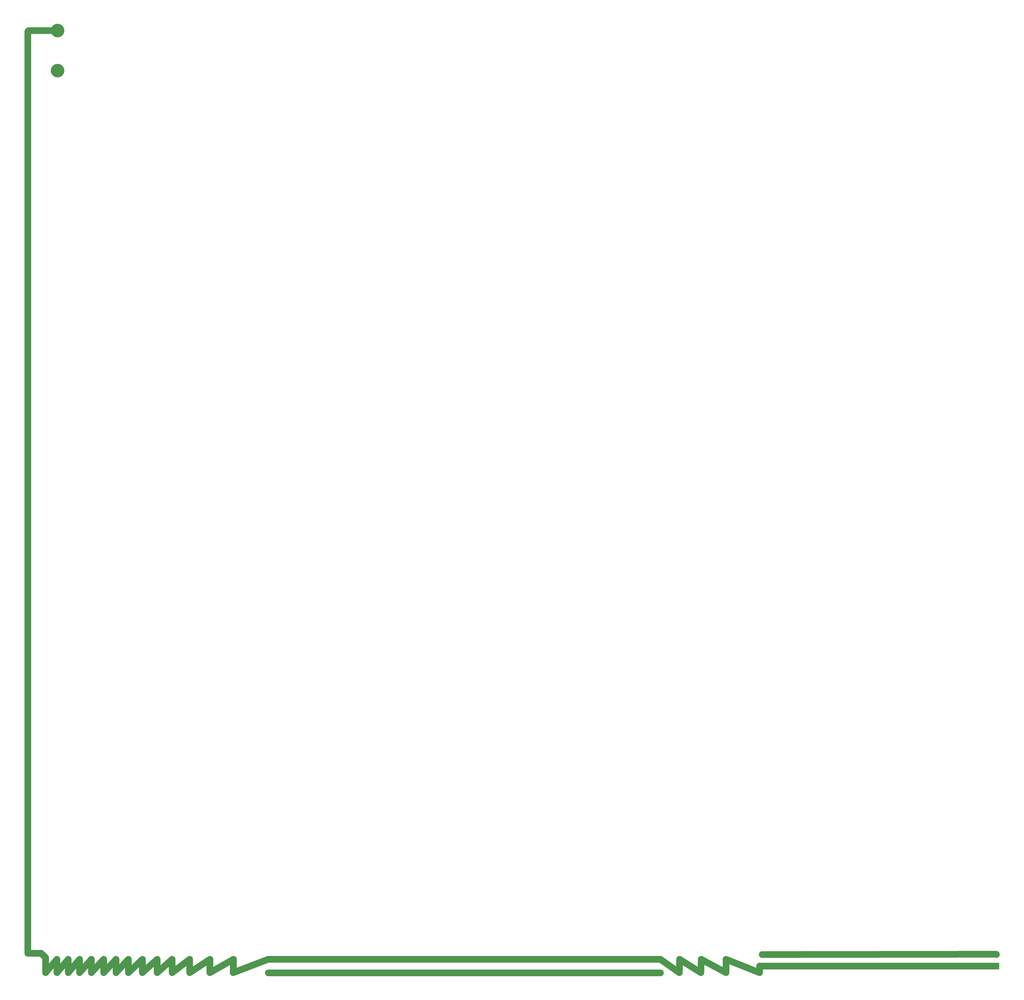
<source format=gbr>
%TF.GenerationSoftware,KiCad,Pcbnew,7.0.1-3b83917a11~172~ubuntu22.04.1*%
%TF.CreationDate,2023-12-10T14:44:59-05:00*%
%TF.ProjectId,coil_template_second,636f696c-5f74-4656-9d70-6c6174655f73,rev?*%
%TF.SameCoordinates,Original*%
%TF.FileFunction,Copper,L2,Bot*%
%TF.FilePolarity,Positive*%
%FSLAX46Y46*%
G04 Gerber Fmt 4.6, Leading zero omitted, Abs format (unit mm)*
G04 Created by KiCad (PCBNEW 7.0.1-3b83917a11~172~ubuntu22.04.1) date 2023-12-10 14:44:59*
%MOMM*%
%LPD*%
G01*
G04 APERTURE LIST*
%TA.AperFunction,ComponentPad*%
%ADD10C,10.160000*%
%TD*%
%TA.AperFunction,SMDPad,CuDef*%
%ADD11R,5.000000X5.000000*%
%TD*%
%TA.AperFunction,ViaPad*%
%ADD12C,4.000000*%
%TD*%
%TA.AperFunction,Conductor*%
%ADD13C,5.000000*%
%TD*%
G04 APERTURE END LIST*
D10*
%TO.P,J1,1,Pin_1*%
%TO.N,Net-(J1-Pin_1)*%
X45240000Y-75240000D03*
%TO.P,J1,2,Pin_2*%
X45240000Y-45270000D03*
%TD*%
D11*
%TO.P,J1,1,Pin_1*%
%TO.N,Net-(J1-Pin_1)*%
X746566000Y-745022555D03*
%TD*%
D12*
%TO.N,Net-(J1-Pin_1)*%
X202727373Y-750138047D03*
X495782950Y-750121027D03*
X746896993Y-736125547D03*
X571890190Y-736390523D03*
%TD*%
D13*
%TO.N,Net-(J1-Pin_1)*%
X22947542Y-45868224D02*
X22947542Y-735431743D01*
X45240000Y-45270000D02*
X23545766Y-45270000D01*
X23545766Y-45270000D02*
X22947542Y-45868224D01*
X746896993Y-736125547D02*
X746895546Y-736390523D01*
X70460000Y-750000000D02*
X79670000Y-740000000D01*
X22947542Y-735431743D02*
X22936854Y-735442431D01*
X61680000Y-740000000D02*
X61680000Y-750000000D01*
X143960000Y-740000000D02*
X143960000Y-750000000D01*
X79670000Y-740000000D02*
X79670000Y-750000000D01*
X88890000Y-750000000D02*
X98180000Y-740000000D01*
X143960000Y-750000000D02*
X159090000Y-740000000D01*
X176690000Y-740000000D02*
X176450000Y-750000000D01*
X544850000Y-740000000D02*
X544850000Y-750000000D01*
X495780000Y-740000000D02*
X202620000Y-740000000D01*
X746566000Y-745022555D02*
X570115537Y-745022555D01*
X44720000Y-740000000D02*
X44720000Y-750000000D01*
X510150000Y-740000000D02*
X509930000Y-750000000D01*
X544850000Y-750000000D02*
X526320000Y-740000000D01*
X36240000Y-750000000D02*
X44720000Y-740000000D01*
X569930000Y-750000000D02*
X544850000Y-740000000D01*
X79670000Y-750000000D02*
X88920000Y-740000000D01*
X108600000Y-740000000D02*
X108550000Y-750000000D01*
X119670000Y-750000000D02*
X130800000Y-740000000D01*
X88920000Y-740000000D02*
X88890000Y-750000000D01*
X570115537Y-745022555D02*
X570099221Y-745006239D01*
X526320000Y-740000000D02*
X526040000Y-750000000D01*
X130800000Y-740000000D02*
X130800000Y-750000000D01*
X44720000Y-750000000D02*
X53200000Y-740000000D01*
X571890190Y-736390523D02*
X746896993Y-736125547D01*
X746895546Y-736390523D02*
X746915011Y-736409988D01*
X98180000Y-740000000D02*
X98110000Y-750000000D01*
X32950030Y-735442431D02*
X36240000Y-738732401D01*
X61680000Y-750000000D02*
X70460000Y-740000000D01*
X22936854Y-735442431D02*
X32950030Y-735442431D01*
X53200000Y-740000000D02*
X53200000Y-750000000D01*
X569930000Y-745175460D02*
X569930000Y-750000000D01*
X36240000Y-738732401D02*
X36240000Y-750000000D01*
X130800000Y-750000000D02*
X143960000Y-740000000D01*
X53200000Y-750000000D02*
X61680000Y-740000000D01*
X570099221Y-745006239D02*
X569930000Y-745175460D01*
X176450000Y-750000000D02*
X202620000Y-740000000D01*
X159090000Y-740000000D02*
X159030000Y-750000000D01*
X509930000Y-750000000D02*
X495780000Y-740000000D01*
X159030000Y-750000000D02*
X176690000Y-740000000D01*
X202727373Y-750138047D02*
X495765930Y-750138047D01*
X526040000Y-750000000D02*
X510150000Y-740000000D01*
X119670000Y-740000000D02*
X119670000Y-750000000D01*
X98110000Y-750000000D02*
X108600000Y-740000000D01*
X70460000Y-740000000D02*
X70460000Y-750000000D01*
X108550000Y-750000000D02*
X119670000Y-740000000D01*
X495765930Y-750138047D02*
X495782950Y-750121027D01*
%TD*%
M02*

</source>
